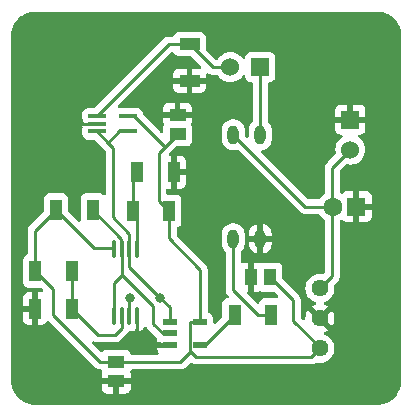
<source format=gbr>
%TF.GenerationSoftware,KiCad,Pcbnew,8.0.5*%
%TF.CreationDate,2024-10-12T23:05:05+02:00*%
%TF.ProjectId,SCS TSAL Red LED,53435320-5453-4414-9c20-526564204c45,rev?*%
%TF.SameCoordinates,Original*%
%TF.FileFunction,Copper,L1,Top*%
%TF.FilePolarity,Positive*%
%FSLAX46Y46*%
G04 Gerber Fmt 4.6, Leading zero omitted, Abs format (unit mm)*
G04 Created by KiCad (PCBNEW 8.0.5) date 2024-10-12 23:05:05*
%MOMM*%
%LPD*%
G01*
G04 APERTURE LIST*
G04 Aperture macros list*
%AMRoundRect*
0 Rectangle with rounded corners*
0 $1 Rounding radius*
0 $2 $3 $4 $5 $6 $7 $8 $9 X,Y pos of 4 corners*
0 Add a 4 corners polygon primitive as box body*
4,1,4,$2,$3,$4,$5,$6,$7,$8,$9,$2,$3,0*
0 Add four circle primitives for the rounded corners*
1,1,$1+$1,$2,$3*
1,1,$1+$1,$4,$5*
1,1,$1+$1,$6,$7*
1,1,$1+$1,$8,$9*
0 Add four rect primitives between the rounded corners*
20,1,$1+$1,$2,$3,$4,$5,0*
20,1,$1+$1,$4,$5,$6,$7,0*
20,1,$1+$1,$6,$7,$8,$9,0*
20,1,$1+$1,$8,$9,$2,$3,0*%
G04 Aperture macros list end*
%TA.AperFunction,SMDPad,CuDef*%
%ADD10RoundRect,0.100000X0.100000X-0.637500X0.100000X0.637500X-0.100000X0.637500X-0.100000X-0.637500X0*%
%TD*%
%TA.AperFunction,SMDPad,CuDef*%
%ADD11R,1.050000X1.800000*%
%TD*%
%TA.AperFunction,ComponentPad*%
%ADD12R,1.600000X1.600000*%
%TD*%
%TA.AperFunction,ComponentPad*%
%ADD13C,1.600000*%
%TD*%
%TA.AperFunction,SMDPad,CuDef*%
%ADD14O,0.950000X1.600000*%
%TD*%
%TA.AperFunction,SMDPad,CuDef*%
%ADD15R,1.150000X0.600000*%
%TD*%
%TA.AperFunction,ComponentPad*%
%ADD16R,1.530000X1.530000*%
%TD*%
%TA.AperFunction,ComponentPad*%
%ADD17C,1.530000*%
%TD*%
%TA.AperFunction,SMDPad,CuDef*%
%ADD18R,1.470000X1.070000*%
%TD*%
%TA.AperFunction,SMDPad,CuDef*%
%ADD19R,1.070000X1.470000*%
%TD*%
%TA.AperFunction,SMDPad,CuDef*%
%ADD20R,1.800000X1.050000*%
%TD*%
%TA.AperFunction,ComponentPad*%
%ADD21C,1.440000*%
%TD*%
%TA.AperFunction,SMDPad,CuDef*%
%ADD22RoundRect,0.100000X-0.650000X-0.100000X0.650000X-0.100000X0.650000X0.100000X-0.650000X0.100000X0*%
%TD*%
%TA.AperFunction,ViaPad*%
%ADD23C,0.800000*%
%TD*%
%TA.AperFunction,Conductor*%
%ADD24C,0.250000*%
%TD*%
G04 APERTURE END LIST*
D10*
%TO.P,U2,1*%
%TO.N,/SCS_Compliance*%
X76520000Y-73805100D03*
%TO.P,U2,2,-*%
%TO.N,/0.75V*%
X77170000Y-73805100D03*
%TO.P,U2,3,+*%
%TO.N,/LED_On*%
X77820000Y-73805100D03*
%TO.P,U2,4,V-*%
%TO.N,GND*%
X78470000Y-73805100D03*
%TO.P,U2,5,+*%
%TO.N,/4.25V*%
X78470000Y-68080100D03*
%TO.P,U2,6,-*%
%TO.N,/LED_On*%
X77820000Y-68080100D03*
%TO.P,U2,7*%
%TO.N,/SCS_Compliance*%
X77170000Y-68080100D03*
%TO.P,U2,8,V+*%
%TO.N,+5V*%
X76520000Y-68080100D03*
%TD*%
D11*
%TO.P,R1,1*%
%TO.N,Net-(K1-+_CONTROL)*%
X89815000Y-73660000D03*
%TO.P,R1,2*%
%TO.N,Net-(G1-Pad4)*%
X86715000Y-73660000D03*
%TD*%
D12*
%TO.P,C1,1*%
%TO.N,GND*%
X97028000Y-64516000D03*
D13*
%TO.P,C1,2*%
%TO.N,+12V*%
X95028000Y-64516000D03*
%TD*%
D11*
%TO.P,R3,1*%
%TO.N,+5V*%
X71602000Y-64770000D03*
%TO.P,R3,2*%
%TO.N,/SCS_Compliance*%
X74702000Y-64770000D03*
%TD*%
D14*
%TO.P,K1,1,+_CONTROL*%
%TO.N,Net-(K1-+_CONTROL)*%
X86614000Y-67220000D03*
%TO.P,K1,2,-_CONTROL*%
%TO.N,GND*%
X88900000Y-67220000D03*
%TO.P,K1,3,LOAD_1*%
%TO.N,/LED_Power*%
X88900000Y-58420000D03*
%TO.P,K1,4,LOAD_2*%
%TO.N,+12V*%
X86614000Y-58420000D03*
%TD*%
D15*
%TO.P,G1,1*%
%TO.N,/LED_On*%
X81220000Y-74300000D03*
%TO.P,G1,2*%
%TO.N,/SCS_Compliance*%
X81220000Y-75250000D03*
%TO.P,G1,3,GND*%
%TO.N,GND*%
X81220000Y-76200000D03*
%TO.P,G1,4*%
%TO.N,Net-(G1-Pad4)*%
X83820000Y-76200000D03*
%TO.P,G1,5,VCC*%
%TO.N,+5V*%
X83820000Y-74300000D03*
%TD*%
D16*
%TO.P,J1,1,1*%
%TO.N,/LED_Power*%
X88900000Y-52705000D03*
D17*
%TO.P,J1,2,2*%
%TO.N,/Raw_LED_On*%
X86360000Y-52705000D03*
%TD*%
D18*
%TO.P,C4,1*%
%TO.N,GND*%
X81889600Y-56736400D03*
%TO.P,C4,2*%
%TO.N,+5V*%
X81889600Y-58376400D03*
%TD*%
D11*
%TO.P,R5,1*%
%TO.N,GND*%
X69824000Y-73152000D03*
%TO.P,R5,2*%
%TO.N,/0.75V*%
X72924000Y-73152000D03*
%TD*%
%TO.P,R4,1*%
%TO.N,/0.75V*%
X72924000Y-69977000D03*
%TO.P,R4,2*%
%TO.N,+5V*%
X69824000Y-69977000D03*
%TD*%
D18*
%TO.P,C3,1*%
%TO.N,GND*%
X76708000Y-79306000D03*
%TO.P,C3,2*%
%TO.N,+5V*%
X76708000Y-77666000D03*
%TD*%
D11*
%TO.P,R7,1*%
%TO.N,GND*%
X81560000Y-61595000D03*
%TO.P,R7,2*%
%TO.N,/4.25V*%
X78460000Y-61595000D03*
%TD*%
D19*
%TO.P,C2,1*%
%TO.N,GND*%
X88080000Y-70485000D03*
%TO.P,C2,2*%
%TO.N,+5V*%
X89720000Y-70485000D03*
%TD*%
D16*
%TO.P,J2,1,1*%
%TO.N,GND*%
X96520000Y-57150000D03*
D17*
%TO.P,J2,2,2*%
%TO.N,+12V*%
X96520000Y-59690000D03*
%TD*%
D20*
%TO.P,R2,1*%
%TO.N,/Raw_LED_On*%
X82905600Y-50748600D03*
%TO.P,R2,2*%
%TO.N,GND*%
X82905600Y-53848600D03*
%TD*%
D11*
%TO.P,R6,1*%
%TO.N,/4.25V*%
X78079000Y-64897000D03*
%TO.P,R6,2*%
%TO.N,+5V*%
X81179000Y-64897000D03*
%TD*%
D21*
%TO.P,U3,1,+VIN*%
%TO.N,+12V*%
X93948000Y-71435500D03*
%TO.P,U3,2,GND*%
%TO.N,GND*%
X93948000Y-73975500D03*
%TO.P,U3,3,+VOUT*%
%TO.N,+5V*%
X93948000Y-76515500D03*
%TD*%
D22*
%TO.P,U1,1,+*%
%TO.N,/Raw_LED_On*%
X75073200Y-56855600D03*
%TO.P,U1,2,V-*%
%TO.N,GND*%
X75073200Y-57505600D03*
%TO.P,U1,3,-*%
%TO.N,/LED_On*%
X75073200Y-58155600D03*
%TO.P,U1,4*%
X77733200Y-58155600D03*
%TO.P,U1,5,V+*%
%TO.N,+5V*%
X77733200Y-56855600D03*
%TD*%
D23*
%TO.N,/LED_On*%
X80416400Y-72237600D03*
X77825600Y-72212200D03*
%TO.N,GND*%
X81203800Y-78917800D03*
X78486000Y-76200000D03*
%TD*%
D24*
%TO.N,+5V*%
X78191600Y-56855600D02*
X80801000Y-59465000D01*
X77733200Y-56855600D02*
X78191600Y-56855600D01*
X80801000Y-59465000D02*
X81889600Y-58376400D01*
X80290000Y-59976000D02*
X80801000Y-59465000D01*
%TO.N,/Raw_LED_On*%
X81180200Y-50748600D02*
X82905600Y-50748600D01*
X75073200Y-56855600D02*
X81180200Y-50748600D01*
%TO.N,GND*%
X73253600Y-57505600D02*
X73152000Y-57404000D01*
X75073200Y-57505600D02*
X73253600Y-57505600D01*
%TO.N,/LED_On*%
X76022800Y-59105200D02*
X75073200Y-58155600D01*
X76022800Y-59105200D02*
X76972400Y-58155600D01*
X76972400Y-58155600D02*
X77733200Y-58155600D01*
X76428600Y-59511000D02*
X76022800Y-59105200D01*
%TO.N,+5V*%
X83445799Y-77235499D02*
X93228001Y-77235499D01*
X71374000Y-73677000D02*
X71374000Y-71527000D01*
X83820000Y-74300000D02*
X83369200Y-74300000D01*
X82918300Y-76708000D02*
X83445799Y-77235499D01*
X74835500Y-68003500D02*
X76495000Y-68003500D01*
X71374000Y-71527000D02*
X69824000Y-69977000D01*
X93948000Y-76515500D02*
X93948000Y-76422000D01*
X69824000Y-66548000D02*
X71602000Y-64770000D01*
X82918300Y-76854400D02*
X82106700Y-77666000D01*
X83820000Y-69850000D02*
X83820000Y-74300000D01*
X81179000Y-67209000D02*
X83820000Y-69850000D01*
X81179000Y-64897000D02*
X80290000Y-64008000D01*
X80290000Y-59944600D02*
X80290000Y-59976000D01*
X80290000Y-64008000D02*
X80290000Y-59976000D01*
X83369200Y-74300000D02*
X82918300Y-74300000D01*
X76708000Y-77666000D02*
X75363000Y-77666000D01*
X71602000Y-64770000D02*
X74835500Y-68003500D01*
X93228001Y-77235499D02*
X93948000Y-76515500D01*
X82106700Y-77666000D02*
X76708000Y-77666000D01*
X82918300Y-76708000D02*
X82918300Y-74300000D01*
X81179000Y-64897000D02*
X81179000Y-67209000D01*
X75363000Y-77666000D02*
X71374000Y-73677000D01*
X91694000Y-74168000D02*
X91694000Y-72459000D01*
X69824000Y-69977000D02*
X69824000Y-66548000D01*
X93948000Y-76422000D02*
X91694000Y-74168000D01*
X91694000Y-72459000D02*
X89720000Y-70485000D01*
X82918300Y-76854400D02*
X82918300Y-76708000D01*
%TO.N,/LED_On*%
X77820000Y-69641200D02*
X77820000Y-68080100D01*
X76428600Y-65405000D02*
X77820000Y-66796400D01*
X77820000Y-72217800D02*
X77820000Y-73805100D01*
X77825600Y-72212200D02*
X77820000Y-72217800D01*
X80416400Y-72237600D02*
X77820000Y-69641200D01*
X81220000Y-73041200D02*
X81220000Y-74300000D01*
X76428600Y-59511000D02*
X76428600Y-65405000D01*
X80416400Y-72237600D02*
X81220000Y-73041200D01*
X77820000Y-66796400D02*
X77820000Y-68080100D01*
%TO.N,GND*%
X78486000Y-76200000D02*
X78486000Y-73769500D01*
X78486000Y-76200000D02*
X81220000Y-76200000D01*
X78486000Y-73769500D02*
X78445000Y-73728500D01*
%TO.N,+12V*%
X94996000Y-64484000D02*
X94996000Y-61214000D01*
X92710000Y-64516000D02*
X95028000Y-64516000D01*
X94996000Y-64548000D02*
X95028000Y-64516000D01*
X86614000Y-58420000D02*
X92710000Y-64516000D01*
X95028000Y-64516000D02*
X94996000Y-64484000D01*
X94996000Y-61214000D02*
X96520000Y-59690000D01*
X93948000Y-71435500D02*
X94996000Y-70387500D01*
X94996000Y-70387500D02*
X94996000Y-64548000D01*
%TO.N,/Raw_LED_On*%
X86360000Y-52705000D02*
X84862000Y-52705000D01*
X84862000Y-52705000D02*
X82905600Y-50748600D01*
%TO.N,/LED_Power*%
X88900000Y-52705000D02*
X88900000Y-58420000D01*
%TO.N,Net-(K1-+_CONTROL)*%
X88683300Y-73660000D02*
X86614000Y-71590700D01*
X86614000Y-71590700D02*
X86614000Y-67220000D01*
X89815000Y-73660000D02*
X88683300Y-73660000D01*
%TO.N,/0.75V*%
X72924000Y-69977000D02*
X72924000Y-73152000D01*
X72924000Y-73152000D02*
X75133800Y-75361800D01*
X75133800Y-75361800D02*
X76631800Y-75361800D01*
X77170000Y-74823600D02*
X77170000Y-73805100D01*
X76631800Y-75361800D02*
X77170000Y-74823600D01*
%TO.N,/4.25V*%
X78079000Y-61976000D02*
X78079000Y-64897000D01*
X78470000Y-65288000D02*
X78079000Y-64897000D01*
X78470000Y-68080100D02*
X78470000Y-65288000D01*
X78460000Y-61595000D02*
X78079000Y-61976000D01*
X77820000Y-65156000D02*
X78079000Y-64897000D01*
%TO.N,Net-(G1-Pad4)*%
X84175000Y-76200000D02*
X83820000Y-76200000D01*
X86715000Y-73660000D02*
X84175000Y-76200000D01*
%TO.N,/SCS_Compliance*%
X77170000Y-70286600D02*
X77170000Y-70302400D01*
X76520000Y-70952400D02*
X76520000Y-73805100D01*
X77170000Y-70302400D02*
X76520000Y-70952400D01*
X79832200Y-72948800D02*
X77170000Y-70286600D01*
X80645000Y-75250000D02*
X79832200Y-74437200D01*
X74702000Y-64823001D02*
X77145000Y-67266001D01*
X81220000Y-75250000D02*
X80645000Y-75250000D01*
X79832200Y-74437200D02*
X79832200Y-72948800D01*
X74702000Y-64770000D02*
X74702000Y-64823001D01*
X77170000Y-70286600D02*
X77170000Y-68080100D01*
%TD*%
%TA.AperFunction,Conductor*%
%TO.N,GND*%
G36*
X78634718Y-74730270D02*
G01*
X78667471Y-74791987D01*
X78670000Y-74816902D01*
X78670000Y-75034610D01*
X78670001Y-75034611D01*
X78726627Y-75027157D01*
X78726633Y-75027155D01*
X78872585Y-74966700D01*
X78997924Y-74870524D01*
X79091179Y-74748993D01*
X79147607Y-74707791D01*
X79217353Y-74703636D01*
X79278274Y-74737848D01*
X79292656Y-74755587D01*
X79301928Y-74769463D01*
X79301929Y-74769465D01*
X79346341Y-74835932D01*
X79346344Y-74835936D01*
X79437786Y-74927378D01*
X79437808Y-74927398D01*
X80121731Y-75611321D01*
X80150232Y-75655669D01*
X80160195Y-75682381D01*
X80165179Y-75752072D01*
X80160196Y-75769044D01*
X80151402Y-75792623D01*
X80151401Y-75792624D01*
X80145000Y-75852155D01*
X80145000Y-75950000D01*
X80302893Y-75950000D01*
X80369932Y-75969685D01*
X80377204Y-75974733D01*
X80377936Y-75975281D01*
X80393991Y-75987300D01*
X80402668Y-75993795D01*
X80402671Y-75993797D01*
X80537517Y-76044091D01*
X80537516Y-76044091D01*
X80544444Y-76044835D01*
X80597127Y-76050500D01*
X81346001Y-76050499D01*
X81413039Y-76070183D01*
X81458794Y-76122987D01*
X81470000Y-76174499D01*
X81470000Y-76326000D01*
X81450315Y-76393039D01*
X81397511Y-76438794D01*
X81346000Y-76450000D01*
X80145000Y-76450000D01*
X80145000Y-76547844D01*
X80151401Y-76607372D01*
X80151403Y-76607379D01*
X80201645Y-76742086D01*
X80201647Y-76742089D01*
X80276582Y-76842188D01*
X80301000Y-76907652D01*
X80286149Y-76975926D01*
X80236744Y-77025331D01*
X80177316Y-77040500D01*
X78029521Y-77040500D01*
X77962482Y-77020815D01*
X77916727Y-76968011D01*
X77913339Y-76959833D01*
X77886797Y-76888671D01*
X77886793Y-76888664D01*
X77800547Y-76773455D01*
X77800544Y-76773452D01*
X77685335Y-76687206D01*
X77685328Y-76687202D01*
X77550482Y-76636908D01*
X77550483Y-76636908D01*
X77490883Y-76630501D01*
X77490881Y-76630500D01*
X77490873Y-76630500D01*
X77490864Y-76630500D01*
X75925129Y-76630500D01*
X75925123Y-76630501D01*
X75865516Y-76636908D01*
X75730671Y-76687202D01*
X75730664Y-76687206D01*
X75615455Y-76773452D01*
X75615452Y-76773455D01*
X75589727Y-76807820D01*
X75533793Y-76849691D01*
X75464102Y-76854675D01*
X75402780Y-76821190D01*
X74698221Y-76116631D01*
X74664736Y-76055308D01*
X74669720Y-75985616D01*
X74711592Y-75929683D01*
X74777056Y-75905266D01*
X74833354Y-75914389D01*
X74837514Y-75916112D01*
X74918007Y-75949452D01*
X74951348Y-75963263D01*
X75011771Y-75975281D01*
X75072193Y-75987300D01*
X76693407Y-75987300D01*
X76753829Y-75975281D01*
X76814252Y-75963263D01*
X76814255Y-75963261D01*
X76814258Y-75963261D01*
X76847587Y-75949454D01*
X76847586Y-75949454D01*
X76847592Y-75949452D01*
X76928086Y-75916112D01*
X76979309Y-75881884D01*
X77030533Y-75847658D01*
X77117658Y-75760533D01*
X77117659Y-75760531D01*
X77124725Y-75753465D01*
X77124728Y-75753461D01*
X77568729Y-75309460D01*
X77568733Y-75309458D01*
X77655858Y-75222333D01*
X77724311Y-75119886D01*
X77724312Y-75119885D01*
X77724410Y-75119647D01*
X77724759Y-75119214D01*
X77731099Y-75109727D01*
X77731947Y-75110294D01*
X77768251Y-75065244D01*
X77834545Y-75043178D01*
X77838972Y-75043099D01*
X77959362Y-75043099D01*
X77983829Y-75039877D01*
X78076762Y-75027644D01*
X78098200Y-75018763D01*
X78167668Y-75011294D01*
X78193106Y-75018763D01*
X78213365Y-75027154D01*
X78213377Y-75027158D01*
X78269998Y-75034611D01*
X78270000Y-75034610D01*
X78270000Y-74992099D01*
X78289685Y-74925060D01*
X78318512Y-74893725D01*
X78348282Y-74870882D01*
X78444536Y-74745441D01*
X78444536Y-74745439D01*
X78447624Y-74741416D01*
X78504052Y-74700213D01*
X78573798Y-74696058D01*
X78634718Y-74730270D01*
G37*
%TD.AperFunction*%
%TA.AperFunction,Conductor*%
G36*
X81484572Y-51431331D02*
G01*
X81540505Y-51473203D01*
X81557419Y-51504176D01*
X81561803Y-51515929D01*
X81561806Y-51515935D01*
X81648052Y-51631144D01*
X81648055Y-51631147D01*
X81763264Y-51717393D01*
X81763271Y-51717397D01*
X81898117Y-51767691D01*
X81898116Y-51767691D01*
X81905044Y-51768435D01*
X81957727Y-51774100D01*
X82995146Y-51774099D01*
X83062185Y-51793783D01*
X83082827Y-51810418D01*
X83884328Y-52611919D01*
X83917813Y-52673242D01*
X83912829Y-52742934D01*
X83870957Y-52798867D01*
X83805493Y-52823284D01*
X83796647Y-52823600D01*
X83155600Y-52823600D01*
X83155600Y-53598600D01*
X84305600Y-53598600D01*
X84305600Y-53317495D01*
X84325285Y-53250456D01*
X84378089Y-53204701D01*
X84447247Y-53194757D01*
X84498488Y-53214392D01*
X84565714Y-53259311D01*
X84679548Y-53306463D01*
X84800388Y-53330499D01*
X84800392Y-53330500D01*
X84800393Y-53330500D01*
X84800394Y-53330500D01*
X85188539Y-53330500D01*
X85255578Y-53350185D01*
X85290112Y-53383374D01*
X85386868Y-53521555D01*
X85543445Y-53678132D01*
X85724833Y-53805142D01*
X85845572Y-53861443D01*
X85925513Y-53898720D01*
X85925515Y-53898720D01*
X85925520Y-53898723D01*
X86139409Y-53956035D01*
X86296974Y-53969820D01*
X86359998Y-53975334D01*
X86360000Y-53975334D01*
X86360002Y-53975334D01*
X86415276Y-53970498D01*
X86580591Y-53956035D01*
X86794480Y-53898723D01*
X86995167Y-53805142D01*
X87176555Y-53678132D01*
X87333132Y-53521555D01*
X87408928Y-53413307D01*
X87463501Y-53369685D01*
X87533000Y-53362491D01*
X87595355Y-53394013D01*
X87630769Y-53454243D01*
X87634500Y-53484430D01*
X87634500Y-53517868D01*
X87634501Y-53517876D01*
X87640908Y-53577483D01*
X87691202Y-53712328D01*
X87691206Y-53712335D01*
X87777452Y-53827544D01*
X87777455Y-53827547D01*
X87892664Y-53913793D01*
X87892671Y-53913797D01*
X87937618Y-53930561D01*
X88027517Y-53964091D01*
X88087127Y-53970500D01*
X88150500Y-53970499D01*
X88217538Y-53990183D01*
X88263294Y-54042986D01*
X88274500Y-54094499D01*
X88274500Y-57289572D01*
X88254815Y-57356611D01*
X88238181Y-57377253D01*
X88142282Y-57473151D01*
X88142279Y-57473155D01*
X88035521Y-57632929D01*
X88035520Y-57632931D01*
X87961989Y-57810452D01*
X87961986Y-57810464D01*
X87924500Y-57998917D01*
X87924500Y-58546548D01*
X87904815Y-58613587D01*
X87852011Y-58659342D01*
X87782853Y-58669286D01*
X87719297Y-58640261D01*
X87712819Y-58634229D01*
X87625819Y-58547229D01*
X87592334Y-58485906D01*
X87589500Y-58459548D01*
X87589500Y-57998919D01*
X87589499Y-57998917D01*
X87582320Y-57962827D01*
X87552012Y-57810457D01*
X87532795Y-57764062D01*
X87478479Y-57632931D01*
X87478478Y-57632929D01*
X87455853Y-57599069D01*
X87371720Y-57473155D01*
X87371717Y-57473151D01*
X87235848Y-57337282D01*
X87235844Y-57337279D01*
X87076070Y-57230521D01*
X87076068Y-57230520D01*
X86898547Y-57156989D01*
X86898535Y-57156986D01*
X86710081Y-57119500D01*
X86710078Y-57119500D01*
X86517922Y-57119500D01*
X86517919Y-57119500D01*
X86329464Y-57156986D01*
X86329452Y-57156989D01*
X86151931Y-57230520D01*
X86151929Y-57230521D01*
X85992155Y-57337279D01*
X85992151Y-57337282D01*
X85856282Y-57473151D01*
X85856279Y-57473155D01*
X85749521Y-57632929D01*
X85749520Y-57632931D01*
X85675989Y-57810452D01*
X85675986Y-57810464D01*
X85638500Y-57998917D01*
X85638500Y-58841082D01*
X85675986Y-59029535D01*
X85675989Y-59029547D01*
X85749520Y-59207068D01*
X85749521Y-59207070D01*
X85856279Y-59366844D01*
X85856282Y-59366848D01*
X85992151Y-59502717D01*
X85992155Y-59502720D01*
X86151927Y-59609477D01*
X86151928Y-59609477D01*
X86151929Y-59609478D01*
X86151931Y-59609479D01*
X86245671Y-59648307D01*
X86329457Y-59683012D01*
X86483817Y-59713716D01*
X86517917Y-59720499D01*
X86517920Y-59720500D01*
X86517922Y-59720500D01*
X86710080Y-59720500D01*
X86710081Y-59720499D01*
X86898543Y-59683012D01*
X86898550Y-59683008D01*
X86899439Y-59682740D01*
X86899935Y-59682735D01*
X86904518Y-59681824D01*
X86904690Y-59682692D01*
X86969306Y-59682110D01*
X87023126Y-59713716D01*
X92221016Y-64911606D01*
X92221045Y-64911637D01*
X92311264Y-65001856D01*
X92311267Y-65001858D01*
X92359157Y-65033857D01*
X92413715Y-65070312D01*
X92480396Y-65097931D01*
X92480398Y-65097933D01*
X92520640Y-65114601D01*
X92527548Y-65117463D01*
X92587971Y-65129481D01*
X92648393Y-65141500D01*
X92648394Y-65141500D01*
X93813812Y-65141500D01*
X93880851Y-65161185D01*
X93915387Y-65194377D01*
X94027954Y-65355141D01*
X94188857Y-65516044D01*
X94188860Y-65516046D01*
X94188861Y-65516047D01*
X94317623Y-65606206D01*
X94361248Y-65660781D01*
X94370500Y-65707780D01*
X94370500Y-70077046D01*
X94350815Y-70144085D01*
X94334180Y-70164728D01*
X94297500Y-70201407D01*
X94236176Y-70234892D01*
X94177731Y-70233501D01*
X94160754Y-70228952D01*
X94160741Y-70228950D01*
X93948002Y-70210338D01*
X93947998Y-70210338D01*
X93735258Y-70228950D01*
X93735247Y-70228952D01*
X93528977Y-70284221D01*
X93528968Y-70284225D01*
X93335421Y-70374477D01*
X93160478Y-70496972D01*
X93009472Y-70647978D01*
X92886977Y-70822921D01*
X92796725Y-71016468D01*
X92796721Y-71016477D01*
X92741452Y-71222747D01*
X92741450Y-71222758D01*
X92722838Y-71435498D01*
X92722838Y-71435501D01*
X92741450Y-71648241D01*
X92741452Y-71648252D01*
X92796721Y-71854522D01*
X92796723Y-71854526D01*
X92796724Y-71854530D01*
X92815507Y-71894809D01*
X92886977Y-72048078D01*
X92886978Y-72048080D01*
X92886979Y-72048081D01*
X92895509Y-72060263D01*
X93009472Y-72223021D01*
X93160478Y-72374027D01*
X93160481Y-72374029D01*
X93335419Y-72496521D01*
X93335421Y-72496522D01*
X93335420Y-72496522D01*
X93380775Y-72517671D01*
X93528970Y-72586776D01*
X93528983Y-72586779D01*
X93534064Y-72588630D01*
X93533390Y-72590478D01*
X93585680Y-72622357D01*
X93616204Y-72685207D01*
X93607903Y-72754582D01*
X93563413Y-72808456D01*
X93533904Y-72821932D01*
X93534236Y-72822842D01*
X93529140Y-72824697D01*
X93335671Y-72914912D01*
X93335669Y-72914913D01*
X93279969Y-72953915D01*
X93279968Y-72953915D01*
X93843085Y-73517031D01*
X93766587Y-73537529D01*
X93659413Y-73599406D01*
X93571906Y-73686913D01*
X93510029Y-73794087D01*
X93489531Y-73870584D01*
X92926415Y-73307468D01*
X92926415Y-73307469D01*
X92887413Y-73363169D01*
X92887412Y-73363171D01*
X92797197Y-73556640D01*
X92797194Y-73556646D01*
X92741945Y-73762837D01*
X92741944Y-73762845D01*
X92723340Y-73975497D01*
X92723340Y-73975503D01*
X92725981Y-74005694D01*
X92712214Y-74074194D01*
X92663598Y-74124376D01*
X92595569Y-74140309D01*
X92529726Y-74116933D01*
X92514772Y-74104181D01*
X92355819Y-73945228D01*
X92322334Y-73883905D01*
X92319500Y-73857547D01*
X92319500Y-72526741D01*
X92319501Y-72526720D01*
X92319501Y-72397391D01*
X92295464Y-72276555D01*
X92295463Y-72276549D01*
X92248312Y-72162715D01*
X92179858Y-72060267D01*
X92179855Y-72060263D01*
X90791818Y-70672227D01*
X90758333Y-70610904D01*
X90755499Y-70584546D01*
X90755499Y-69702129D01*
X90755498Y-69702123D01*
X90751782Y-69667556D01*
X90749091Y-69642517D01*
X90698796Y-69507669D01*
X90698795Y-69507668D01*
X90698793Y-69507664D01*
X90612547Y-69392455D01*
X90612544Y-69392452D01*
X90497335Y-69306206D01*
X90497328Y-69306202D01*
X90362482Y-69255908D01*
X90362483Y-69255908D01*
X90302883Y-69249501D01*
X90302881Y-69249500D01*
X90302873Y-69249500D01*
X90302864Y-69249500D01*
X89137129Y-69249500D01*
X89137123Y-69249501D01*
X89077515Y-69255909D01*
X88942617Y-69306222D01*
X88872926Y-69311206D01*
X88855952Y-69306222D01*
X88722380Y-69256403D01*
X88722372Y-69256401D01*
X88662844Y-69250000D01*
X88330000Y-69250000D01*
X88330000Y-71720000D01*
X88662828Y-71720000D01*
X88662844Y-71719999D01*
X88722372Y-71713598D01*
X88722376Y-71713597D01*
X88855951Y-71663776D01*
X88925642Y-71658792D01*
X88942619Y-71663776D01*
X88942665Y-71663793D01*
X88942669Y-71663796D01*
X89077517Y-71714091D01*
X89137127Y-71720500D01*
X90019546Y-71720499D01*
X90086585Y-71740183D01*
X90107227Y-71756818D01*
X90398228Y-72047819D01*
X90431713Y-72109142D01*
X90426729Y-72178834D01*
X90384857Y-72234767D01*
X90319393Y-72259184D01*
X90310547Y-72259500D01*
X89242129Y-72259500D01*
X89242123Y-72259501D01*
X89182516Y-72265908D01*
X89047671Y-72316202D01*
X89047664Y-72316206D01*
X88932455Y-72402452D01*
X88932452Y-72402455D01*
X88846206Y-72517664D01*
X88846202Y-72517671D01*
X88799361Y-72643260D01*
X88757490Y-72699194D01*
X88692025Y-72723611D01*
X88623752Y-72708759D01*
X88595498Y-72687608D01*
X87816626Y-71908736D01*
X87783141Y-71847413D01*
X87788125Y-71777721D01*
X87816626Y-71733374D01*
X87830000Y-71720000D01*
X87830000Y-69250000D01*
X87497155Y-69250000D01*
X87437627Y-69256401D01*
X87437619Y-69256403D01*
X87406833Y-69267886D01*
X87337141Y-69272870D01*
X87275818Y-69239385D01*
X87242334Y-69178061D01*
X87239500Y-69151704D01*
X87239500Y-68350427D01*
X87259185Y-68283388D01*
X87275814Y-68262750D01*
X87371720Y-68166845D01*
X87478477Y-68007073D01*
X87552012Y-67829543D01*
X87589500Y-67641078D01*
X87589500Y-67641033D01*
X87925000Y-67641033D01*
X87962466Y-67829389D01*
X87962468Y-67829397D01*
X88035964Y-68006833D01*
X88035969Y-68006842D01*
X88142667Y-68166526D01*
X88142670Y-68166530D01*
X88278469Y-68302329D01*
X88278473Y-68302332D01*
X88438157Y-68409030D01*
X88438167Y-68409035D01*
X88615599Y-68482530D01*
X88615606Y-68482533D01*
X88650000Y-68489373D01*
X88650000Y-68489372D01*
X89150000Y-68489372D01*
X89184393Y-68482533D01*
X89184400Y-68482530D01*
X89361832Y-68409035D01*
X89361842Y-68409030D01*
X89521526Y-68302332D01*
X89521530Y-68302329D01*
X89657329Y-68166530D01*
X89657332Y-68166526D01*
X89764030Y-68006842D01*
X89764035Y-68006833D01*
X89837531Y-67829397D01*
X89837533Y-67829389D01*
X89874999Y-67641033D01*
X89875000Y-67641030D01*
X89875000Y-67470000D01*
X89150000Y-67470000D01*
X89150000Y-68489372D01*
X88650000Y-68489372D01*
X88650000Y-67470000D01*
X87925000Y-67470000D01*
X87925000Y-67641033D01*
X87589500Y-67641033D01*
X87589500Y-66798966D01*
X87925000Y-66798966D01*
X87925000Y-66970000D01*
X88650000Y-66970000D01*
X89150000Y-66970000D01*
X89875000Y-66970000D01*
X89875000Y-66798970D01*
X89874999Y-66798966D01*
X89837533Y-66610610D01*
X89837531Y-66610602D01*
X89764035Y-66433166D01*
X89764030Y-66433157D01*
X89657332Y-66273473D01*
X89657329Y-66273469D01*
X89521530Y-66137670D01*
X89521526Y-66137667D01*
X89361842Y-66030969D01*
X89361833Y-66030964D01*
X89184397Y-65957468D01*
X89184389Y-65957466D01*
X89150000Y-65950625D01*
X89150000Y-66970000D01*
X88650000Y-66970000D01*
X88650000Y-65950625D01*
X88615610Y-65957466D01*
X88615602Y-65957468D01*
X88438166Y-66030964D01*
X88438157Y-66030969D01*
X88278473Y-66137667D01*
X88278469Y-66137670D01*
X88142670Y-66273469D01*
X88142667Y-66273473D01*
X88035969Y-66433157D01*
X88035964Y-66433166D01*
X87962468Y-66610602D01*
X87962466Y-66610610D01*
X87925000Y-66798966D01*
X87589500Y-66798966D01*
X87589500Y-66798922D01*
X87589500Y-66798919D01*
X87589499Y-66798917D01*
X87552042Y-66610610D01*
X87552012Y-66610457D01*
X87478576Y-66433166D01*
X87478479Y-66432931D01*
X87478478Y-66432929D01*
X87444568Y-66382180D01*
X87371720Y-66273155D01*
X87371717Y-66273151D01*
X87235848Y-66137282D01*
X87235844Y-66137279D01*
X87076070Y-66030521D01*
X87076068Y-66030520D01*
X86898547Y-65956989D01*
X86898535Y-65956986D01*
X86710081Y-65919500D01*
X86710078Y-65919500D01*
X86517922Y-65919500D01*
X86517919Y-65919500D01*
X86329464Y-65956986D01*
X86329452Y-65956989D01*
X86151931Y-66030520D01*
X86151929Y-66030521D01*
X85992155Y-66137279D01*
X85992151Y-66137282D01*
X85856282Y-66273151D01*
X85856279Y-66273155D01*
X85749521Y-66432929D01*
X85749520Y-66432931D01*
X85675989Y-66610452D01*
X85675986Y-66610464D01*
X85638500Y-66798917D01*
X85638500Y-67641082D01*
X85675986Y-67829535D01*
X85675989Y-67829547D01*
X85749520Y-68007068D01*
X85749521Y-68007070D01*
X85856278Y-68166843D01*
X85856279Y-68166844D01*
X85856280Y-68166845D01*
X85952182Y-68262747D01*
X85985666Y-68324068D01*
X85988500Y-68350427D01*
X85988500Y-71652308D01*
X85999057Y-71705378D01*
X85999057Y-71705383D01*
X85999058Y-71705383D01*
X85999058Y-71705384D01*
X86008230Y-71751501D01*
X86012537Y-71773151D01*
X86036112Y-71830068D01*
X86059688Y-71886987D01*
X86079018Y-71915914D01*
X86079019Y-71915916D01*
X86128141Y-71989432D01*
X86128144Y-71989436D01*
X86190083Y-72051375D01*
X86223568Y-72112698D01*
X86218584Y-72182390D01*
X86176712Y-72238323D01*
X86115657Y-72262345D01*
X86082520Y-72265907D01*
X85947671Y-72316202D01*
X85947664Y-72316206D01*
X85832455Y-72402452D01*
X85832452Y-72402455D01*
X85746206Y-72517664D01*
X85746202Y-72517671D01*
X85695908Y-72652517D01*
X85689501Y-72712116D01*
X85689500Y-72712135D01*
X85689500Y-73749546D01*
X85669815Y-73816585D01*
X85653181Y-73837227D01*
X85107180Y-74383228D01*
X85045857Y-74416713D01*
X84976165Y-74411729D01*
X84920232Y-74369857D01*
X84895815Y-74304393D01*
X84895499Y-74295547D01*
X84895499Y-73952129D01*
X84895498Y-73952123D01*
X84889091Y-73892516D01*
X84838797Y-73757671D01*
X84838793Y-73757664D01*
X84752547Y-73642455D01*
X84752544Y-73642452D01*
X84637335Y-73556206D01*
X84637329Y-73556203D01*
X84526166Y-73514741D01*
X84470233Y-73472869D01*
X84445816Y-73407405D01*
X84445500Y-73398559D01*
X84445500Y-69788393D01*
X84445499Y-69788389D01*
X84428340Y-69702123D01*
X84421463Y-69667548D01*
X84385031Y-69579593D01*
X84374312Y-69553714D01*
X84332502Y-69491143D01*
X84305858Y-69451267D01*
X84305856Y-69451264D01*
X84215637Y-69361045D01*
X84215606Y-69361016D01*
X81840819Y-66986229D01*
X81807334Y-66924906D01*
X81804500Y-66898548D01*
X81804500Y-66379790D01*
X81824185Y-66312751D01*
X81876989Y-66266996D01*
X81885146Y-66263616D01*
X81946331Y-66240796D01*
X82061546Y-66154546D01*
X82147796Y-66039331D01*
X82198091Y-65904483D01*
X82204500Y-65844873D01*
X82204499Y-63949128D01*
X82198091Y-63889517D01*
X82147796Y-63754669D01*
X82147795Y-63754668D01*
X82147793Y-63754664D01*
X82061547Y-63639455D01*
X82061544Y-63639452D01*
X81946335Y-63553206D01*
X81946328Y-63553202D01*
X81811482Y-63502908D01*
X81811483Y-63502908D01*
X81751883Y-63496501D01*
X81751881Y-63496500D01*
X81751873Y-63496500D01*
X81751865Y-63496500D01*
X81039500Y-63496500D01*
X80972461Y-63476815D01*
X80926706Y-63424011D01*
X80915500Y-63372500D01*
X80915500Y-63119000D01*
X80935185Y-63051961D01*
X80987989Y-63006206D01*
X81039500Y-62995000D01*
X81310000Y-62995000D01*
X81810000Y-62995000D01*
X82132828Y-62995000D01*
X82132844Y-62994999D01*
X82192372Y-62988598D01*
X82192379Y-62988596D01*
X82327086Y-62938354D01*
X82327093Y-62938350D01*
X82442187Y-62852190D01*
X82442190Y-62852187D01*
X82528350Y-62737093D01*
X82528354Y-62737086D01*
X82578596Y-62602379D01*
X82578598Y-62602372D01*
X82584999Y-62542844D01*
X82585000Y-62542827D01*
X82585000Y-61845000D01*
X81810000Y-61845000D01*
X81810000Y-62995000D01*
X81310000Y-62995000D01*
X81310000Y-61345000D01*
X81810000Y-61345000D01*
X82585000Y-61345000D01*
X82585000Y-60647172D01*
X82584999Y-60647155D01*
X82578598Y-60587627D01*
X82578596Y-60587620D01*
X82528354Y-60452913D01*
X82528350Y-60452906D01*
X82442190Y-60337812D01*
X82442187Y-60337809D01*
X82327093Y-60251649D01*
X82327086Y-60251645D01*
X82192379Y-60201403D01*
X82192372Y-60201401D01*
X82132844Y-60195000D01*
X81810000Y-60195000D01*
X81810000Y-61345000D01*
X81310000Y-61345000D01*
X81310000Y-60195000D01*
X81254952Y-60195000D01*
X81187913Y-60175315D01*
X81142158Y-60122511D01*
X81132214Y-60053353D01*
X81161239Y-59989797D01*
X81167271Y-59983319D01*
X81286857Y-59863733D01*
X81468766Y-59681824D01*
X81702371Y-59448217D01*
X81763694Y-59414733D01*
X81790052Y-59411899D01*
X82672471Y-59411899D01*
X82672472Y-59411899D01*
X82732083Y-59405491D01*
X82866931Y-59355196D01*
X82982146Y-59268946D01*
X83068396Y-59153731D01*
X83118691Y-59018883D01*
X83125100Y-58959273D01*
X83125099Y-57793528D01*
X83118691Y-57733917D01*
X83068396Y-57599069D01*
X83068393Y-57599065D01*
X83068376Y-57599019D01*
X83063392Y-57529327D01*
X83068376Y-57512351D01*
X83118197Y-57378776D01*
X83118198Y-57378772D01*
X83124599Y-57319244D01*
X83124600Y-57319227D01*
X83124600Y-56986400D01*
X80654600Y-56986400D01*
X80654600Y-57319244D01*
X80661001Y-57378772D01*
X80661003Y-57378780D01*
X80710822Y-57512352D01*
X80715806Y-57582044D01*
X80710822Y-57599017D01*
X80660509Y-57733914D01*
X80660508Y-57733916D01*
X80655286Y-57782495D01*
X80654101Y-57793523D01*
X80654100Y-57793535D01*
X80654100Y-58134148D01*
X80634415Y-58201187D01*
X80581611Y-58246942D01*
X80512453Y-58256886D01*
X80448897Y-58227861D01*
X80442419Y-58221829D01*
X79019987Y-56799397D01*
X78986502Y-56738074D01*
X78983933Y-56719818D01*
X78983698Y-56716229D01*
X78968246Y-56598846D01*
X78968244Y-56598839D01*
X78968244Y-56598838D01*
X78907736Y-56452759D01*
X78811482Y-56327318D01*
X78686041Y-56231064D01*
X78539962Y-56170556D01*
X78539960Y-56170555D01*
X78422570Y-56155101D01*
X78422567Y-56155100D01*
X78422561Y-56155100D01*
X78422554Y-56155100D01*
X77043843Y-56155100D01*
X76961998Y-56165874D01*
X76892963Y-56155106D01*
X76891216Y-56153555D01*
X80654600Y-56153555D01*
X80654600Y-56486400D01*
X81639600Y-56486400D01*
X82139600Y-56486400D01*
X83124600Y-56486400D01*
X83124600Y-56153572D01*
X83124599Y-56153555D01*
X83118198Y-56094027D01*
X83118196Y-56094020D01*
X83067954Y-55959313D01*
X83067950Y-55959306D01*
X82981790Y-55844212D01*
X82981787Y-55844209D01*
X82866693Y-55758049D01*
X82866686Y-55758045D01*
X82731979Y-55707803D01*
X82731972Y-55707801D01*
X82672444Y-55701400D01*
X82139600Y-55701400D01*
X82139600Y-56486400D01*
X81639600Y-56486400D01*
X81639600Y-55701400D01*
X81106755Y-55701400D01*
X81047227Y-55707801D01*
X81047220Y-55707803D01*
X80912513Y-55758045D01*
X80912506Y-55758049D01*
X80797412Y-55844209D01*
X80797409Y-55844212D01*
X80711249Y-55959306D01*
X80711245Y-55959313D01*
X80661003Y-56094020D01*
X80661001Y-56094027D01*
X80654600Y-56153555D01*
X76891216Y-56153555D01*
X76840709Y-56108725D01*
X76821825Y-56041455D01*
X76842307Y-55974655D01*
X76858130Y-55955259D01*
X78391945Y-54421444D01*
X81505600Y-54421444D01*
X81512001Y-54480972D01*
X81512003Y-54480979D01*
X81562245Y-54615686D01*
X81562249Y-54615693D01*
X81648409Y-54730787D01*
X81648412Y-54730790D01*
X81763506Y-54816950D01*
X81763513Y-54816954D01*
X81898220Y-54867196D01*
X81898227Y-54867198D01*
X81957755Y-54873599D01*
X81957772Y-54873600D01*
X82655600Y-54873600D01*
X83155600Y-54873600D01*
X83853428Y-54873600D01*
X83853444Y-54873599D01*
X83912972Y-54867198D01*
X83912979Y-54867196D01*
X84047686Y-54816954D01*
X84047693Y-54816950D01*
X84162787Y-54730790D01*
X84162790Y-54730787D01*
X84248950Y-54615693D01*
X84248954Y-54615686D01*
X84299196Y-54480979D01*
X84299198Y-54480972D01*
X84305599Y-54421444D01*
X84305600Y-54421427D01*
X84305600Y-54098600D01*
X83155600Y-54098600D01*
X83155600Y-54873600D01*
X82655600Y-54873600D01*
X82655600Y-54098600D01*
X81505600Y-54098600D01*
X81505600Y-54421444D01*
X78391945Y-54421444D01*
X79537634Y-53275755D01*
X81505600Y-53275755D01*
X81505600Y-53598600D01*
X82655600Y-53598600D01*
X82655600Y-52823600D01*
X81957755Y-52823600D01*
X81898227Y-52830001D01*
X81898220Y-52830003D01*
X81763513Y-52880245D01*
X81763506Y-52880249D01*
X81648412Y-52966409D01*
X81648409Y-52966412D01*
X81562249Y-53081506D01*
X81562245Y-53081513D01*
X81512003Y-53216220D01*
X81512001Y-53216227D01*
X81505600Y-53275755D01*
X79537634Y-53275755D01*
X81353559Y-51459830D01*
X81414880Y-51426347D01*
X81484572Y-51431331D01*
G37*
%TD.AperFunction*%
%TA.AperFunction,Conductor*%
G36*
X98839121Y-48006020D02*
G01*
X98973109Y-48008409D01*
X98988528Y-48009650D01*
X99254897Y-48047948D01*
X99272184Y-48051708D01*
X99529313Y-48127209D01*
X99545887Y-48133391D01*
X99655159Y-48183293D01*
X99789659Y-48244717D01*
X99805173Y-48253188D01*
X100030628Y-48398080D01*
X100044787Y-48408679D01*
X100247317Y-48584172D01*
X100259827Y-48596682D01*
X100435320Y-48799212D01*
X100445921Y-48813374D01*
X100590808Y-49038821D01*
X100599284Y-49054345D01*
X100710608Y-49298112D01*
X100716791Y-49314688D01*
X100792290Y-49571814D01*
X100796051Y-49589102D01*
X100834348Y-49855463D01*
X100835590Y-49870898D01*
X100837980Y-50004877D01*
X100838000Y-50007089D01*
X100838000Y-79278910D01*
X100837980Y-79281122D01*
X100835590Y-79415101D01*
X100834348Y-79430536D01*
X100796051Y-79696897D01*
X100792290Y-79714185D01*
X100716791Y-79971311D01*
X100710608Y-79987887D01*
X100599284Y-80231654D01*
X100590805Y-80247183D01*
X100445922Y-80472624D01*
X100435320Y-80486787D01*
X100259827Y-80689317D01*
X100247317Y-80701827D01*
X100044787Y-80877320D01*
X100030624Y-80887922D01*
X99805183Y-81032805D01*
X99789654Y-81041284D01*
X99545887Y-81152608D01*
X99529311Y-81158791D01*
X99272185Y-81234290D01*
X99254897Y-81238051D01*
X98988536Y-81276348D01*
X98973101Y-81277590D01*
X98842818Y-81279914D01*
X98839120Y-81279980D01*
X98836910Y-81280000D01*
X69819090Y-81280000D01*
X69816879Y-81279980D01*
X69813015Y-81279911D01*
X69682898Y-81277590D01*
X69667463Y-81276348D01*
X69401102Y-81238051D01*
X69383814Y-81234290D01*
X69126688Y-81158791D01*
X69110112Y-81152608D01*
X68866345Y-81041284D01*
X68850821Y-81032808D01*
X68625374Y-80887921D01*
X68611212Y-80877320D01*
X68408682Y-80701827D01*
X68396172Y-80689317D01*
X68220679Y-80486787D01*
X68210077Y-80472624D01*
X68065188Y-80247173D01*
X68056715Y-80231654D01*
X68041431Y-80198187D01*
X67945391Y-79987887D01*
X67939208Y-79971311D01*
X67914994Y-79888844D01*
X75473000Y-79888844D01*
X75479401Y-79948372D01*
X75479403Y-79948379D01*
X75529645Y-80083086D01*
X75529649Y-80083093D01*
X75615809Y-80198187D01*
X75615812Y-80198190D01*
X75730906Y-80284350D01*
X75730913Y-80284354D01*
X75865620Y-80334596D01*
X75865627Y-80334598D01*
X75925155Y-80340999D01*
X75925172Y-80341000D01*
X76458000Y-80341000D01*
X76958000Y-80341000D01*
X77490828Y-80341000D01*
X77490844Y-80340999D01*
X77550372Y-80334598D01*
X77550379Y-80334596D01*
X77685086Y-80284354D01*
X77685093Y-80284350D01*
X77800187Y-80198190D01*
X77800190Y-80198187D01*
X77886350Y-80083093D01*
X77886354Y-80083086D01*
X77936596Y-79948379D01*
X77936598Y-79948372D01*
X77942999Y-79888844D01*
X77943000Y-79888827D01*
X77943000Y-79556000D01*
X76958000Y-79556000D01*
X76958000Y-80341000D01*
X76458000Y-80341000D01*
X76458000Y-79556000D01*
X75473000Y-79556000D01*
X75473000Y-79888844D01*
X67914994Y-79888844D01*
X67863709Y-79714185D01*
X67859948Y-79696897D01*
X67821651Y-79430536D01*
X67820409Y-79415109D01*
X67818020Y-79281121D01*
X67818000Y-79278910D01*
X67818000Y-74099844D01*
X68799000Y-74099844D01*
X68805401Y-74159372D01*
X68805403Y-74159379D01*
X68855645Y-74294086D01*
X68855649Y-74294093D01*
X68941809Y-74409187D01*
X68941812Y-74409190D01*
X69056906Y-74495350D01*
X69056913Y-74495354D01*
X69191620Y-74545596D01*
X69191627Y-74545598D01*
X69251155Y-74551999D01*
X69251172Y-74552000D01*
X69574000Y-74552000D01*
X69574000Y-73402000D01*
X68799000Y-73402000D01*
X68799000Y-74099844D01*
X67818000Y-74099844D01*
X67818000Y-72204155D01*
X68799000Y-72204155D01*
X68799000Y-72902000D01*
X69574000Y-72902000D01*
X69574000Y-71752000D01*
X69251155Y-71752000D01*
X69191627Y-71758401D01*
X69191620Y-71758403D01*
X69056913Y-71808645D01*
X69056906Y-71808649D01*
X68941812Y-71894809D01*
X68941809Y-71894812D01*
X68855649Y-72009906D01*
X68855645Y-72009913D01*
X68805403Y-72144620D01*
X68805401Y-72144627D01*
X68799000Y-72204155D01*
X67818000Y-72204155D01*
X67818000Y-69029135D01*
X68798500Y-69029135D01*
X68798500Y-70924870D01*
X68798501Y-70924876D01*
X68804908Y-70984483D01*
X68855202Y-71119328D01*
X68855206Y-71119335D01*
X68941452Y-71234544D01*
X68941455Y-71234547D01*
X69056664Y-71320793D01*
X69056671Y-71320797D01*
X69191517Y-71371091D01*
X69191516Y-71371091D01*
X69198444Y-71371835D01*
X69251127Y-71377500D01*
X70288547Y-71377499D01*
X70355586Y-71397183D01*
X70376228Y-71413818D01*
X70504122Y-71541712D01*
X70537607Y-71603035D01*
X70532623Y-71672727D01*
X70490751Y-71728660D01*
X70425287Y-71753077D01*
X70403193Y-71752683D01*
X70396845Y-71752000D01*
X70074000Y-71752000D01*
X70074000Y-74552000D01*
X70396828Y-74552000D01*
X70396844Y-74551999D01*
X70456372Y-74545598D01*
X70456379Y-74545596D01*
X70591086Y-74495354D01*
X70591093Y-74495350D01*
X70706187Y-74409190D01*
X70706190Y-74409187D01*
X70792350Y-74294093D01*
X70792353Y-74294088D01*
X70810263Y-74246067D01*
X70852133Y-74190133D01*
X70917597Y-74165714D01*
X70985870Y-74180564D01*
X71014127Y-74201717D01*
X74874016Y-78061606D01*
X74874045Y-78061637D01*
X74964264Y-78151856D01*
X74964267Y-78151858D01*
X75041190Y-78203256D01*
X75066710Y-78220309D01*
X75066712Y-78220310D01*
X75066715Y-78220312D01*
X75133396Y-78247931D01*
X75133398Y-78247933D01*
X75173640Y-78264601D01*
X75180548Y-78267463D01*
X75240971Y-78279481D01*
X75301393Y-78291500D01*
X75301394Y-78291500D01*
X75386479Y-78291500D01*
X75453518Y-78311185D01*
X75499273Y-78363989D01*
X75502661Y-78372167D01*
X75529222Y-78443381D01*
X75534206Y-78513073D01*
X75529222Y-78530046D01*
X75479403Y-78663617D01*
X75479401Y-78663627D01*
X75473000Y-78723155D01*
X75473000Y-79056000D01*
X77943000Y-79056000D01*
X77943000Y-78723172D01*
X77942999Y-78723155D01*
X77936598Y-78663627D01*
X77936597Y-78663623D01*
X77886776Y-78530049D01*
X77881792Y-78460358D01*
X77886776Y-78443381D01*
X77886793Y-78443334D01*
X77886796Y-78443331D01*
X77913339Y-78372163D01*
X77955210Y-78316233D01*
X78020674Y-78291816D01*
X78029520Y-78291500D01*
X82168307Y-78291500D01*
X82228729Y-78279481D01*
X82289152Y-78267463D01*
X82334032Y-78248873D01*
X82402986Y-78220312D01*
X82454209Y-78186084D01*
X82505433Y-78151858D01*
X82592558Y-78064733D01*
X82592558Y-78064731D01*
X82602766Y-78054524D01*
X82602768Y-78054521D01*
X82908489Y-77748799D01*
X82969810Y-77715316D01*
X83039502Y-77720300D01*
X83065059Y-77733380D01*
X83149506Y-77789806D01*
X83149510Y-77789808D01*
X83149513Y-77789810D01*
X83263347Y-77836962D01*
X83293690Y-77842997D01*
X83321066Y-77848443D01*
X83321086Y-77848446D01*
X83321108Y-77848451D01*
X83384190Y-77860998D01*
X83384191Y-77860999D01*
X83384192Y-77860999D01*
X93289609Y-77860999D01*
X93289609Y-77860998D01*
X93352692Y-77848451D01*
X93352693Y-77848451D01*
X93372301Y-77844550D01*
X93410453Y-77836962D01*
X93443793Y-77823151D01*
X93524287Y-77789811D01*
X93575510Y-77755583D01*
X93610340Y-77732310D01*
X93677016Y-77711432D01*
X93711320Y-77715636D01*
X93735253Y-77722049D01*
X93864767Y-77733380D01*
X93947998Y-77740662D01*
X93948000Y-77740662D01*
X93948002Y-77740662D01*
X94001186Y-77736008D01*
X94160747Y-77722049D01*
X94367030Y-77666776D01*
X94560581Y-77576521D01*
X94735519Y-77454029D01*
X94886529Y-77303019D01*
X95009021Y-77128081D01*
X95099276Y-76934530D01*
X95154549Y-76728247D01*
X95173162Y-76515500D01*
X95154549Y-76302753D01*
X95099276Y-76096470D01*
X95009021Y-75902919D01*
X94886529Y-75727981D01*
X94886527Y-75727978D01*
X94735521Y-75576972D01*
X94560578Y-75454477D01*
X94560579Y-75454477D01*
X94431547Y-75394309D01*
X94367030Y-75364224D01*
X94367023Y-75364222D01*
X94361936Y-75362370D01*
X94362606Y-75360528D01*
X94310293Y-75328614D01*
X94279789Y-75265755D01*
X94288111Y-75196383D01*
X94332617Y-75142522D01*
X94362097Y-75129074D01*
X94361764Y-75128158D01*
X94366864Y-75126301D01*
X94560325Y-75036089D01*
X94616030Y-74997083D01*
X94052915Y-74433968D01*
X94129413Y-74413471D01*
X94236587Y-74351594D01*
X94324094Y-74264087D01*
X94385971Y-74156913D01*
X94406468Y-74080415D01*
X94969583Y-74643529D01*
X95008589Y-74587825D01*
X95098801Y-74394364D01*
X95098805Y-74394353D01*
X95154054Y-74188162D01*
X95154055Y-74188154D01*
X95172660Y-73975502D01*
X95172660Y-73975497D01*
X95154055Y-73762845D01*
X95154054Y-73762837D01*
X95098805Y-73556646D01*
X95098802Y-73556640D01*
X95008586Y-73363169D01*
X95008582Y-73363163D01*
X94969584Y-73307468D01*
X94406468Y-73870584D01*
X94385971Y-73794087D01*
X94324094Y-73686913D01*
X94236587Y-73599406D01*
X94129413Y-73537529D01*
X94052914Y-73517031D01*
X94616030Y-72953915D01*
X94560329Y-72914913D01*
X94366859Y-72824697D01*
X94361764Y-72822842D01*
X94362455Y-72820943D01*
X94310325Y-72789167D01*
X94279797Y-72726320D01*
X94288093Y-72656944D01*
X94332579Y-72603067D01*
X94362257Y-72589514D01*
X94361936Y-72588630D01*
X94367013Y-72586780D01*
X94367030Y-72586776D01*
X94560581Y-72496521D01*
X94735519Y-72374029D01*
X94886529Y-72223019D01*
X95009021Y-72048081D01*
X95099276Y-71854530D01*
X95154549Y-71648247D01*
X95171037Y-71459790D01*
X95173162Y-71435501D01*
X95173162Y-71435498D01*
X95169422Y-71392751D01*
X95154549Y-71222753D01*
X95149999Y-71205772D01*
X95151660Y-71135924D01*
X95182090Y-71085998D01*
X95394729Y-70873360D01*
X95394733Y-70873358D01*
X95481858Y-70786233D01*
X95538719Y-70701135D01*
X95538720Y-70701134D01*
X95550309Y-70683789D01*
X95550312Y-70683785D01*
X95585561Y-70598685D01*
X95597463Y-70569952D01*
X95621500Y-70449106D01*
X95621500Y-65752357D01*
X95641185Y-65685318D01*
X95677209Y-65650977D01*
X95676297Y-65649674D01*
X95680730Y-65646569D01*
X95680734Y-65646568D01*
X95693967Y-65637301D01*
X95760170Y-65614975D01*
X95827937Y-65631984D01*
X95864356Y-65664567D01*
X95870806Y-65673184D01*
X95870814Y-65673191D01*
X95985906Y-65759350D01*
X95985913Y-65759354D01*
X96120620Y-65809596D01*
X96120627Y-65809598D01*
X96180155Y-65815999D01*
X96180172Y-65816000D01*
X96778000Y-65816000D01*
X96778000Y-64831686D01*
X96782394Y-64836080D01*
X96873606Y-64888741D01*
X96975339Y-64916000D01*
X97080661Y-64916000D01*
X97182394Y-64888741D01*
X97273606Y-64836080D01*
X97278000Y-64831686D01*
X97278000Y-65816000D01*
X97875828Y-65816000D01*
X97875844Y-65815999D01*
X97935372Y-65809598D01*
X97935379Y-65809596D01*
X98070086Y-65759354D01*
X98070093Y-65759350D01*
X98185187Y-65673190D01*
X98185190Y-65673187D01*
X98271350Y-65558093D01*
X98271354Y-65558086D01*
X98321596Y-65423379D01*
X98321598Y-65423372D01*
X98327999Y-65363844D01*
X98328000Y-65363827D01*
X98328000Y-64766000D01*
X97343686Y-64766000D01*
X97348080Y-64761606D01*
X97400741Y-64670394D01*
X97428000Y-64568661D01*
X97428000Y-64463339D01*
X97400741Y-64361606D01*
X97348080Y-64270394D01*
X97343686Y-64266000D01*
X98328000Y-64266000D01*
X98328000Y-63668172D01*
X98327999Y-63668155D01*
X98321598Y-63608627D01*
X98321596Y-63608620D01*
X98271354Y-63473913D01*
X98271350Y-63473906D01*
X98185190Y-63358812D01*
X98185187Y-63358809D01*
X98070093Y-63272649D01*
X98070086Y-63272645D01*
X97935379Y-63222403D01*
X97935372Y-63222401D01*
X97875844Y-63216000D01*
X97278000Y-63216000D01*
X97278000Y-64200314D01*
X97273606Y-64195920D01*
X97182394Y-64143259D01*
X97080661Y-64116000D01*
X96975339Y-64116000D01*
X96873606Y-64143259D01*
X96782394Y-64195920D01*
X96778000Y-64200314D01*
X96778000Y-63216000D01*
X96180155Y-63216000D01*
X96120627Y-63222401D01*
X96120620Y-63222403D01*
X95985913Y-63272645D01*
X95985906Y-63272649D01*
X95870814Y-63358808D01*
X95870806Y-63358816D01*
X95864354Y-63367435D01*
X95808419Y-63409305D01*
X95738728Y-63414288D01*
X95693968Y-63394698D01*
X95676301Y-63382328D01*
X95677449Y-63380688D01*
X95635277Y-63336448D01*
X95621500Y-63279642D01*
X95621500Y-61524452D01*
X95641185Y-61457413D01*
X95657819Y-61436771D01*
X95749590Y-61345000D01*
X96133756Y-60960833D01*
X96195077Y-60927350D01*
X96253527Y-60928740D01*
X96299409Y-60941035D01*
X96456974Y-60954820D01*
X96519998Y-60960334D01*
X96520000Y-60960334D01*
X96520002Y-60960334D01*
X96575147Y-60955509D01*
X96740591Y-60941035D01*
X96954480Y-60883723D01*
X97155167Y-60790142D01*
X97336555Y-60663132D01*
X97493132Y-60506555D01*
X97620142Y-60325167D01*
X97713723Y-60124480D01*
X97771035Y-59910591D01*
X97790334Y-59690000D01*
X97789722Y-59683010D01*
X97777724Y-59545863D01*
X97771035Y-59469409D01*
X97713723Y-59255520D01*
X97694695Y-59214715D01*
X97651336Y-59121729D01*
X97620142Y-59054833D01*
X97493132Y-58873445D01*
X97336555Y-58716868D01*
X97227595Y-58640573D01*
X97183973Y-58585998D01*
X97176780Y-58516499D01*
X97208302Y-58454145D01*
X97268532Y-58418731D01*
X97298721Y-58415000D01*
X97332828Y-58415000D01*
X97332844Y-58414999D01*
X97392372Y-58408598D01*
X97392379Y-58408596D01*
X97527086Y-58358354D01*
X97527093Y-58358350D01*
X97642187Y-58272190D01*
X97642190Y-58272187D01*
X97728350Y-58157093D01*
X97728354Y-58157086D01*
X97778596Y-58022379D01*
X97778598Y-58022372D01*
X97784999Y-57962844D01*
X97785000Y-57962827D01*
X97785000Y-57400000D01*
X96964560Y-57400000D01*
X96995245Y-57346853D01*
X97030000Y-57217143D01*
X97030000Y-57082857D01*
X96995245Y-56953147D01*
X96964560Y-56900000D01*
X97785000Y-56900000D01*
X97785000Y-56337172D01*
X97784999Y-56337155D01*
X97778598Y-56277627D01*
X97778596Y-56277620D01*
X97728354Y-56142913D01*
X97728350Y-56142906D01*
X97642190Y-56027812D01*
X97642187Y-56027809D01*
X97527093Y-55941649D01*
X97527086Y-55941645D01*
X97392379Y-55891403D01*
X97392372Y-55891401D01*
X97332844Y-55885000D01*
X96770000Y-55885000D01*
X96770000Y-56705439D01*
X96716853Y-56674755D01*
X96587143Y-56640000D01*
X96452857Y-56640000D01*
X96323147Y-56674755D01*
X96270000Y-56705439D01*
X96270000Y-55885000D01*
X95707155Y-55885000D01*
X95647627Y-55891401D01*
X95647620Y-55891403D01*
X95512913Y-55941645D01*
X95512906Y-55941649D01*
X95397812Y-56027809D01*
X95397809Y-56027812D01*
X95311649Y-56142906D01*
X95311645Y-56142913D01*
X95261403Y-56277620D01*
X95261401Y-56277627D01*
X95255000Y-56337155D01*
X95255000Y-56900000D01*
X96075440Y-56900000D01*
X96044755Y-56953147D01*
X96010000Y-57082857D01*
X96010000Y-57217143D01*
X96044755Y-57346853D01*
X96075440Y-57400000D01*
X95255000Y-57400000D01*
X95255000Y-57962844D01*
X95261401Y-58022372D01*
X95261403Y-58022379D01*
X95311645Y-58157086D01*
X95311649Y-58157093D01*
X95397809Y-58272187D01*
X95397812Y-58272190D01*
X95512906Y-58358350D01*
X95512913Y-58358354D01*
X95647620Y-58408596D01*
X95647627Y-58408598D01*
X95707155Y-58414999D01*
X95707172Y-58415000D01*
X95741279Y-58415000D01*
X95808318Y-58434685D01*
X95854073Y-58487489D01*
X95864017Y-58556647D01*
X95834992Y-58620203D01*
X95812406Y-58640572D01*
X95771399Y-58669286D01*
X95703444Y-58716868D01*
X95546868Y-58873444D01*
X95419857Y-59054834D01*
X95419856Y-59054836D01*
X95326279Y-59255513D01*
X95326275Y-59255524D01*
X95268965Y-59469407D01*
X95268964Y-59469414D01*
X95249666Y-59689998D01*
X95249666Y-59690001D01*
X95268964Y-59910585D01*
X95268966Y-59910596D01*
X95281258Y-59956469D01*
X95279595Y-60026318D01*
X95249164Y-60076243D01*
X94597269Y-60728140D01*
X94510144Y-60815264D01*
X94510138Y-60815272D01*
X94475914Y-60866489D01*
X94475915Y-60866490D01*
X94441691Y-60917708D01*
X94441689Y-60917712D01*
X94441688Y-60917714D01*
X94424035Y-60960334D01*
X94394538Y-61031545D01*
X94394535Y-61031555D01*
X94370500Y-61152389D01*
X94370500Y-63324218D01*
X94350815Y-63391257D01*
X94317623Y-63425793D01*
X94188859Y-63515953D01*
X94027954Y-63676858D01*
X93915387Y-63837623D01*
X93860811Y-63881248D01*
X93813812Y-63890500D01*
X93020452Y-63890500D01*
X92953413Y-63870815D01*
X92932771Y-63854181D01*
X88995812Y-59917222D01*
X88962327Y-59855899D01*
X88967311Y-59786207D01*
X89009183Y-59730274D01*
X89059302Y-59707924D01*
X89065163Y-59706758D01*
X89184543Y-59683012D01*
X89362073Y-59609477D01*
X89521845Y-59502720D01*
X89657720Y-59366845D01*
X89764477Y-59207073D01*
X89838012Y-59029543D01*
X89875500Y-58841078D01*
X89875500Y-57998922D01*
X89875500Y-57998919D01*
X89875499Y-57998917D01*
X89868320Y-57962827D01*
X89838012Y-57810457D01*
X89818795Y-57764062D01*
X89764479Y-57632931D01*
X89764478Y-57632929D01*
X89741853Y-57599069D01*
X89657720Y-57473155D01*
X89657717Y-57473151D01*
X89561819Y-57377253D01*
X89528334Y-57315930D01*
X89525500Y-57289572D01*
X89525500Y-54094499D01*
X89545185Y-54027460D01*
X89597989Y-53981705D01*
X89649500Y-53970499D01*
X89712871Y-53970499D01*
X89712872Y-53970499D01*
X89772483Y-53964091D01*
X89907331Y-53913796D01*
X90022546Y-53827546D01*
X90108796Y-53712331D01*
X90159091Y-53577483D01*
X90165500Y-53517873D01*
X90165499Y-51892128D01*
X90159091Y-51832517D01*
X90144644Y-51793783D01*
X90108797Y-51697671D01*
X90108793Y-51697664D01*
X90022547Y-51582455D01*
X90022544Y-51582452D01*
X89907335Y-51496206D01*
X89907328Y-51496202D01*
X89772482Y-51445908D01*
X89772483Y-51445908D01*
X89712883Y-51439501D01*
X89712881Y-51439500D01*
X89712873Y-51439500D01*
X89712864Y-51439500D01*
X88087129Y-51439500D01*
X88087123Y-51439501D01*
X88027516Y-51445908D01*
X87892671Y-51496202D01*
X87892664Y-51496206D01*
X87777455Y-51582452D01*
X87777452Y-51582455D01*
X87691206Y-51697664D01*
X87691202Y-51697671D01*
X87640908Y-51832517D01*
X87634896Y-51888441D01*
X87634501Y-51892123D01*
X87634500Y-51892135D01*
X87634500Y-51925564D01*
X87614815Y-51992603D01*
X87562011Y-52038358D01*
X87492853Y-52048302D01*
X87429297Y-52019277D01*
X87408926Y-51996688D01*
X87333137Y-51888452D01*
X87333136Y-51888451D01*
X87333132Y-51888445D01*
X87176555Y-51731868D01*
X86995167Y-51604858D01*
X86995163Y-51604856D01*
X86794486Y-51511279D01*
X86794475Y-51511275D01*
X86580592Y-51453965D01*
X86580585Y-51453964D01*
X86360002Y-51434666D01*
X86359998Y-51434666D01*
X86139414Y-51453964D01*
X86139407Y-51453965D01*
X85925524Y-51511275D01*
X85925513Y-51511279D01*
X85724836Y-51604856D01*
X85724834Y-51604857D01*
X85543444Y-51731868D01*
X85386868Y-51888444D01*
X85332791Y-51965673D01*
X85290112Y-52026625D01*
X85235537Y-52070249D01*
X85188539Y-52079500D01*
X85172453Y-52079500D01*
X85105414Y-52059815D01*
X85084772Y-52043181D01*
X84342418Y-51300827D01*
X84308933Y-51239504D01*
X84306099Y-51213146D01*
X84306099Y-50175729D01*
X84306098Y-50175723D01*
X84303025Y-50147137D01*
X84299691Y-50116117D01*
X84259026Y-50007089D01*
X84249397Y-49981271D01*
X84249393Y-49981264D01*
X84163147Y-49866055D01*
X84163144Y-49866052D01*
X84047935Y-49779806D01*
X84047928Y-49779802D01*
X83913082Y-49729508D01*
X83913083Y-49729508D01*
X83853483Y-49723101D01*
X83853481Y-49723100D01*
X83853473Y-49723100D01*
X83853464Y-49723100D01*
X81957729Y-49723100D01*
X81957723Y-49723101D01*
X81898116Y-49729508D01*
X81763271Y-49779802D01*
X81763264Y-49779806D01*
X81648055Y-49866052D01*
X81648052Y-49866055D01*
X81561806Y-49981264D01*
X81561802Y-49981271D01*
X81538991Y-50042433D01*
X81497120Y-50098367D01*
X81431656Y-50122784D01*
X81422809Y-50123100D01*
X81118589Y-50123100D01*
X81058171Y-50135118D01*
X81014943Y-50143716D01*
X80997746Y-50147137D01*
X80883916Y-50194287D01*
X80883907Y-50194292D01*
X80781468Y-50262740D01*
X80737905Y-50306303D01*
X80694342Y-50349867D01*
X80694339Y-50349870D01*
X74925427Y-56118781D01*
X74864104Y-56152266D01*
X74837746Y-56155100D01*
X74383836Y-56155100D01*
X74266446Y-56170553D01*
X74266437Y-56170556D01*
X74120360Y-56231063D01*
X73994918Y-56327318D01*
X73898663Y-56452760D01*
X73838156Y-56598837D01*
X73838155Y-56598839D01*
X73822700Y-56716238D01*
X73822700Y-56994963D01*
X73838153Y-57112353D01*
X73838156Y-57112362D01*
X73847037Y-57133803D01*
X73854504Y-57203273D01*
X73847038Y-57228703D01*
X73838643Y-57248970D01*
X73831187Y-57305600D01*
X73873700Y-57305600D01*
X73940739Y-57325285D01*
X73972075Y-57354113D01*
X73973992Y-57356611D01*
X73994918Y-57383882D01*
X74025340Y-57407225D01*
X74066541Y-57463652D01*
X74070696Y-57533398D01*
X74036483Y-57594319D01*
X74025346Y-57603969D01*
X73994918Y-57627318D01*
X73994917Y-57627319D01*
X73994916Y-57627320D01*
X73972075Y-57657087D01*
X73915647Y-57698290D01*
X73873700Y-57705600D01*
X73831190Y-57705600D01*
X73831188Y-57705601D01*
X73838641Y-57762222D01*
X73838645Y-57762234D01*
X73847037Y-57782495D01*
X73854504Y-57851964D01*
X73847038Y-57877394D01*
X73838156Y-57898838D01*
X73838155Y-57898839D01*
X73822700Y-58016238D01*
X73822700Y-58294963D01*
X73838153Y-58412353D01*
X73838156Y-58412362D01*
X73847402Y-58434685D01*
X73898664Y-58558441D01*
X73994918Y-58683882D01*
X74120359Y-58780136D01*
X74266438Y-58840644D01*
X74383839Y-58856100D01*
X74837747Y-58856099D01*
X74904786Y-58875783D01*
X74925428Y-58892418D01*
X75766781Y-59733771D01*
X75800266Y-59795094D01*
X75803100Y-59821452D01*
X75803100Y-63431848D01*
X75783415Y-63498887D01*
X75730611Y-63544642D01*
X75661453Y-63554586D01*
X75597897Y-63525561D01*
X75591187Y-63518354D01*
X75590817Y-63518725D01*
X75584544Y-63512452D01*
X75469335Y-63426206D01*
X75469328Y-63426202D01*
X75334482Y-63375908D01*
X75334483Y-63375908D01*
X75274883Y-63369501D01*
X75274881Y-63369500D01*
X75274873Y-63369500D01*
X75274864Y-63369500D01*
X74129129Y-63369500D01*
X74129123Y-63369501D01*
X74069516Y-63375908D01*
X73934671Y-63426202D01*
X73934664Y-63426206D01*
X73819455Y-63512452D01*
X73819452Y-63512455D01*
X73733206Y-63627664D01*
X73733202Y-63627671D01*
X73682908Y-63762517D01*
X73676501Y-63822116D01*
X73676501Y-63822123D01*
X73676500Y-63822135D01*
X73676500Y-65660548D01*
X73656815Y-65727587D01*
X73604011Y-65773342D01*
X73534853Y-65783286D01*
X73471297Y-65754261D01*
X73464819Y-65748229D01*
X72663818Y-64947227D01*
X72630333Y-64885904D01*
X72627499Y-64859546D01*
X72627499Y-63822129D01*
X72627498Y-63822123D01*
X72627497Y-63822116D01*
X72621091Y-63762517D01*
X72589143Y-63676861D01*
X72570797Y-63627671D01*
X72570793Y-63627664D01*
X72484547Y-63512455D01*
X72484544Y-63512452D01*
X72369335Y-63426206D01*
X72369328Y-63426202D01*
X72234482Y-63375908D01*
X72234483Y-63375908D01*
X72174883Y-63369501D01*
X72174881Y-63369500D01*
X72174873Y-63369500D01*
X72174864Y-63369500D01*
X71029129Y-63369500D01*
X71029123Y-63369501D01*
X70969516Y-63375908D01*
X70834671Y-63426202D01*
X70834664Y-63426206D01*
X70719455Y-63512452D01*
X70719452Y-63512455D01*
X70633206Y-63627664D01*
X70633202Y-63627671D01*
X70582908Y-63762517D01*
X70576501Y-63822116D01*
X70576501Y-63822123D01*
X70576500Y-63822135D01*
X70576500Y-64859546D01*
X70556815Y-64926585D01*
X70540180Y-64947227D01*
X69425269Y-66062140D01*
X69425267Y-66062142D01*
X69381704Y-66105704D01*
X69338142Y-66149266D01*
X69307626Y-66194937D01*
X69307625Y-66194936D01*
X69269687Y-66251714D01*
X69260807Y-66273155D01*
X69245321Y-66310542D01*
X69222538Y-66365544D01*
X69222535Y-66365556D01*
X69198500Y-66486389D01*
X69198500Y-68494209D01*
X69178815Y-68561248D01*
X69126011Y-68607003D01*
X69117833Y-68610391D01*
X69056671Y-68633202D01*
X69056664Y-68633206D01*
X68941455Y-68719452D01*
X68941452Y-68719455D01*
X68855206Y-68834664D01*
X68855202Y-68834671D01*
X68804908Y-68969517D01*
X68799434Y-69020439D01*
X68798501Y-69029123D01*
X68798500Y-69029135D01*
X67818000Y-69029135D01*
X67818000Y-50007089D01*
X67818020Y-50004878D01*
X67818441Y-49981264D01*
X67820409Y-49870889D01*
X67821650Y-49855472D01*
X67859948Y-49589099D01*
X67863709Y-49571814D01*
X67939210Y-49314681D01*
X67945391Y-49298112D01*
X68056720Y-49054334D01*
X68065185Y-49038832D01*
X68210084Y-48813364D01*
X68220670Y-48799222D01*
X68396177Y-48596676D01*
X68408676Y-48584177D01*
X68611222Y-48408670D01*
X68625364Y-48398084D01*
X68850832Y-48253185D01*
X68866334Y-48244720D01*
X69110112Y-48133390D01*
X69126681Y-48127210D01*
X69383818Y-48051707D01*
X69401099Y-48047948D01*
X69667472Y-48009650D01*
X69682889Y-48008409D01*
X69816879Y-48006020D01*
X69819090Y-48006000D01*
X98836910Y-48006000D01*
X98839121Y-48006020D01*
G37*
%TD.AperFunction*%
%TD*%
M02*

</source>
